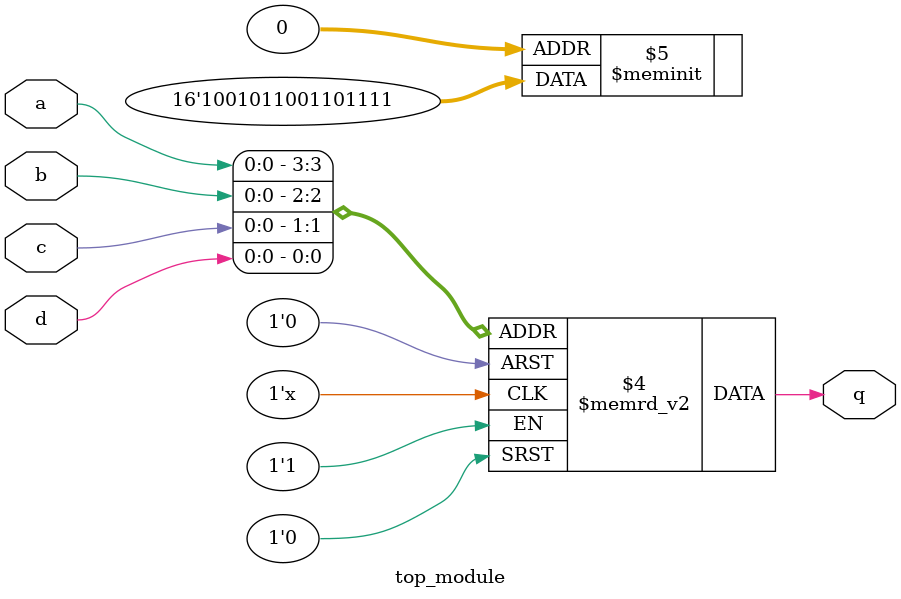
<source format=sv>
module top_module (
    input a, 
    input b, 
    input c, 
    input d,
    output reg q
);

always @* begin
    case ({a, b, c, d})
        4'b0000: q = 1;
        4'b0001: q = 1;
        4'b0010: q = 1;
        4'b0011: q = 1;
        4'b0100: q = 0;
        4'b0101: q = 1;
        4'b0110: q = 1;
        4'b0111: q = 0;
        4'b1000: q = 0;
        4'b1001: q = 1;
        4'b1010: q = 1;
        4'b1011: q = 0;
        4'b1100: q = 1;
        4'b1101: q = 0;
        4'b1110: q = 0;
        4'b1111: q = 1;
    endcase
end

endmodule

</source>
